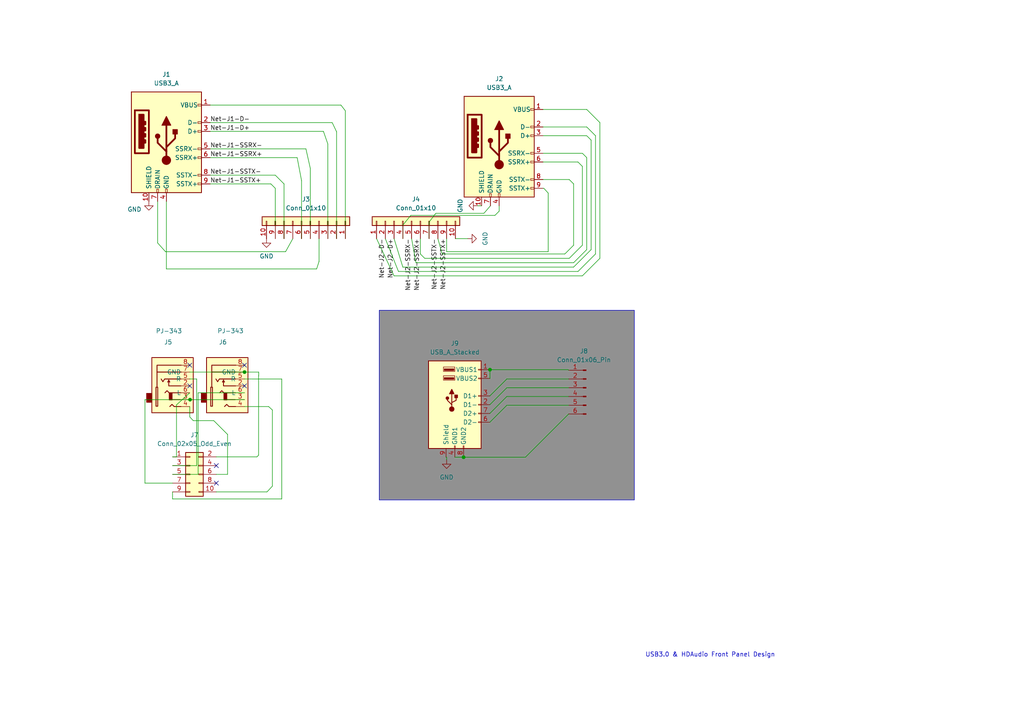
<source format=kicad_sch>
(kicad_sch (version 20231120) (generator "eeschema") (generator_version "7.99")
  (paper "A4")
  (lib_symbols
    (symbol "Connector:Conn_01x06_Pin" (pin_names (offset 1.016) hide)
      (property "Reference" "J" (at 0 7.62 0))
      (property "Value" "Conn_01x06_Pin" (at 0 -10.16 0))
      (symbol "Conn_01x06_Pin_1_1"
        (polyline (pts (xy 1.27 -7.62) (xy 0.8636 -7.62)) (stroke (width 0.1524)))
        (polyline (pts (xy 1.27 -5.08) (xy 0.8636 -5.08)) (stroke (width 0.1524)))
        (polyline (pts (xy 1.27 -2.54) (xy 0.8636 -2.54)) (stroke (width 0.1524)))
        (polyline (pts (xy 1.27 0) (xy 0.8636 0)) (stroke (width 0.1524)))
        (polyline (pts (xy 1.27 2.54) (xy 0.8636 2.54)) (stroke (width 0.1524)))
        (polyline (pts (xy 1.27 5.08) (xy 0.8636 5.08)) (stroke (width 0.1524)))
        (rectangle (start 0.8636 -7.493) (end 0 -7.747) (stroke (width 0.1524)) (fill (type outline)))
        (rectangle (start 0.8636 -4.953) (end 0 -5.207) (stroke (width 0.1524)) (fill (type outline)))
        (rectangle (start 0.8636 -2.413) (end 0 -2.667) (stroke (width 0.1524)) (fill (type outline)))
        (rectangle (start 0.8636 0.127) (end 0 -0.127) (stroke (width 0.1524)) (fill (type outline)))
        (rectangle (start 0.8636 2.667) (end 0 2.413) (stroke (width 0.1524)) (fill (type outline)))
        (rectangle (start 0.8636 5.207) (end 0 4.953) (stroke (width 0.1524)) (fill (type outline)))
        (pin passive line (at 5.08 5.08 180) (length 3.81) (name "Pin_1") (number "1"))
        (pin passive line (at 5.08 2.54 180) (length 3.81) (name "Pin_2") (number "2"))
        (pin passive line (at 5.08 0 180) (length 3.81) (name "Pin_3") (number "3"))
        (pin passive line (at 5.08 -2.54 180) (length 3.81) (name "Pin_4") (number "4"))
        (pin passive line (at 5.08 -5.08 180) (length 3.81) (name "Pin_5") (number "5"))
        (pin passive line (at 5.08 -7.62 180) (length 3.81) (name "Pin_6") (number "6"))
      )
    )
    (symbol "Connector:USB3_A" (pin_names (offset 1.016))
      (property "Reference" "J" (at -10.16 15.24 0))
      (property "Value" "USB3_A" (at 10.16 15.24 0))
      (symbol "USB3_A_0_0"
        (rectangle (start -9.144 8.636) (end -5.08 -3.81) (stroke (width 0.508)))
        (rectangle (start -7.874 7.366) (end -6.604 -2.286) (stroke (width 0.508)) (fill (type outline)))
        (rectangle (start -6.35 0) (end -6.096 -0.762) (stroke (width 0.508)))
        (rectangle (start -6.35 1.778) (end -6.096 1.016) (stroke (width 0.508)))
        (rectangle (start -6.35 3.556) (end -6.096 2.794) (stroke (width 0.508)))
        (rectangle (start -6.35 5.334) (end -6.096 4.572) (stroke (width 0.508)))
        (rectangle (start -2.794 -15.24) (end -2.286 -14.224))
        (rectangle (start -0.254 -15.24) (end 0.254 -14.224))
        (rectangle (start 10.16 -12.446) (end 9.144 -12.954))
        (rectangle (start 10.16 -9.906) (end 9.144 -10.414))
        (rectangle (start 10.16 -4.826) (end 9.144 -5.334))
        (rectangle (start 10.16 -2.286) (end 9.144 -2.794))
        (rectangle (start 10.16 2.794) (end 9.144 2.286))
        (rectangle (start 10.16 5.334) (end 9.144 4.826))
        (rectangle (start 10.16 10.414) (end 9.144 9.906))
      )
      (symbol "USB3_A_0_1"
        (rectangle (start -10.16 13.97) (end 10.16 -15.24) (stroke (width 0.254)) (fill (type background)))
      )
      (symbol "USB3_A_1_1"
        (circle (center -2.54 1.143) (radius 0.635) (stroke (width 0.254)) (fill (type outline)))
        (circle (center 0 -5.842) (radius 1.27) (fill (type outline)))
        (polyline (pts (xy 0 -5.842) (xy 0 4.318)) (stroke (width 0.508)))
        (polyline (pts (xy 0 -3.302) (xy -2.54 -0.762) (xy -2.54 0.508)) (stroke (width 0.508)))
        (polyline (pts (xy 0 -2.032) (xy 2.54 0.508) (xy 2.54 1.778)) (stroke (width 0.508)))
        (polyline (pts (xy -1.27 4.318) (xy 0 6.858) (xy 1.27 4.318) (xy -1.27 4.318)) (stroke (width 0.254)) (fill (type outline)))
        (rectangle (start 1.905 1.778) (end 3.175 3.048) (stroke (width 0.254)) (fill (type outline)))
        (pin power_in line (at 12.7 10.16 180) (length 2.54) (name "VBUS") (number "1"))
        (pin passive line (at -5.08 -17.78 90) (length 2.54) (name "SHIELD") (number "10"))
        (pin bidirectional line (at 12.7 5.08 180) (length 2.54) (name "D-") (number "2"))
        (pin bidirectional line (at 12.7 2.54 180) (length 2.54) (name "D+") (number "3"))
        (pin power_in line (at 0 -17.78 90) (length 2.54) (name "GND") (number "4"))
        (pin output line (at 12.7 -2.54 180) (length 2.54) (name "SSRX-") (number "5"))
        (pin output line (at 12.7 -5.08 180) (length 2.54) (name "SSRX+") (number "6"))
        (pin passive line (at -2.54 -17.78 90) (length 2.54) (name "DRAIN") (number "7"))
        (pin input line (at 12.7 -10.16 180) (length 2.54) (name "SSTX-") (number "8"))
        (pin input line (at 12.7 -12.7 180) (length 2.54) (name "SSTX+") (number "9"))
      )
    )
    (symbol "Connector:USB_A_Stacked" (pin_names (offset 1.016))
      (property "Reference" "J" (at 0 15.875 0))
      (property "Value" "USB_A_Stacked" (at 0 13.97 0))
      (symbol "USB_A_Stacked_0_1"
        (rectangle (start -7.62 12.7) (end 7.62 -12.7) (stroke (width 0.254)) (fill (type background)))
        (circle (center -2.159 1.905) (radius 0.381) (stroke (width 0.254)) (fill (type outline)))
        (circle (center -0.889 -1.27) (radius 0.635) (stroke (width 0.254)) (fill (type outline)))
        (rectangle (start -0.254 7.366) (end -3.048 7.874) (fill (type outline)))
        (rectangle (start -0.254 9.906) (end -3.048 10.414) (fill (type outline)))
        (rectangle (start -0.127 -12.7) (end 0.127 -11.938))
        (polyline (pts (xy -1.524 3.175) (xy -0.254 3.175) (xy -0.889 4.445) (xy -1.524 3.175)) (stroke (width 0.254)) (fill (type outline)))
        (polyline (pts (xy -0.889 -0.635) (xy -0.889 0) (xy -2.159 1.27) (xy -2.159 1.905)) (stroke (width 0.254)))
        (polyline (pts (xy -0.889 0) (xy -0.889 0.635) (xy 0.381 1.27) (xy 0.381 2.54)) (stroke (width 0.254)))
        (rectangle (start 0 2.794) (end 0.762 2.032) (stroke (width 0.254)) (fill (type outline)))
        (rectangle (start 0 7.112) (end -3.302 8.382))
        (rectangle (start 0 9.652) (end -3.302 10.922))
        (rectangle (start 2.413 -12.7) (end 2.667 -11.938))
        (rectangle (start 7.62 -5.207) (end 6.858 -4.953))
        (rectangle (start 7.62 -2.667) (end 6.858 -2.413))
        (rectangle (start 7.62 -0.127) (end 6.858 0.127))
        (rectangle (start 7.62 2.413) (end 6.858 2.667))
        (rectangle (start 7.62 7.493) (end 6.858 7.747))
        (rectangle (start 7.62 10.033) (end 6.858 10.287))
      )
      (symbol "USB_A_Stacked_1_1"
        (polyline (pts (xy -0.889 0.635) (xy -0.889 3.175)) (stroke (width 0.254)))
        (pin power_in line (at 10.16 10.16 180) (length 2.54) (name "VBUS1") (number "1"))
        (pin bidirectional line (at 10.16 0 180) (length 2.54) (name "D1-") (number "2"))
        (pin bidirectional line (at 10.16 2.54 180) (length 2.54) (name "D1+") (number "3"))
        (pin power_in line (at 0 -15.24 90) (length 2.54) (name "GND1") (number "4"))
        (pin power_in line (at 10.16 7.62 180) (length 2.54) (name "VBUS2") (number "5"))
        (pin bidirectional line (at 10.16 -5.08 180) (length 2.54) (name "D2-") (number "6"))
        (pin bidirectional line (at 10.16 -2.54 180) (length 2.54) (name "D2+") (number "7"))
        (pin power_in line (at 2.54 -15.24 90) (length 2.54) (name "GND2") (number "8"))
        (pin passive line (at -2.54 -15.24 90) (length 2.54) (name "Shield") (number "9"))
      )
    )
    (symbol "Connector_Audio_HDA:AudioJack3_PJ_343" (pin_names (offset 0.002))
      (property "Reference" "J" (at -1.27 11.684 0))
      (property "Value" "PJ-343" (at 0 13.716 0))
      (symbol "AudioJack3_PJ_343_0_1"
        (rectangle (start -7.5 -3.2) (end -6.23 -5.74) (stroke (width 0.254)) (fill (type outline)))
        (rectangle (start -6 7.2) (end 6 -8.8) (stroke (width 0.254)) (fill (type background)))
        (rectangle (start -4.8 -1.4) (end -4.3 -6.9) (stroke (width 0.254)))
        (rectangle (start -1 -3) (end -0.1 -5.1) (fill (type outline)))
        (polyline (pts (xy -0.8 -5) (xy 2.3 -5)) (stroke (width 0.254)))
        (polyline (pts (xy 2.5 3) (xy -4.5 3) (xy -4.5 -1.3)) (stroke (width 0.254)))
        (polyline (pts (xy 2.5 5) (xy -4.5 5) (xy -4.5 3)) (stroke (width 0.254)))
        (polyline (pts (xy -2.2 -3) (xy -1.6 -2.4) (xy -1 -3) (xy 2.4 -3)) (stroke (width 0.254)))
        (polyline (pts (xy -0.8 -7) (xy -0.165 -6.365) (xy 0.47 -7) (xy 2.4 -7)) (stroke (width 0.254)))
        (polyline (pts (xy 2.4 1) (xy -2.3 1) (xy -2.8 0.2) (xy -3.3 1)) (stroke (width 0.254)))
        (polyline (pts (xy 2.4 -1) (xy -1.1 -1) (xy -1.1 0.7) (xy -0.8 0.1) (xy -1.1 0.7) (xy -1.4 0.1)) (stroke (width 0.254)))
      )
      (symbol "AudioJack3_PJ_343_1_1"
        (pin passive line (at 5 -1 180) (length 2.54) (name "") (number "2"))
        (pin passive line (at 5 -5 180) (length 2.54) (name "") (number "3"))
        (pin passive line (at 5 -7 180) (length 2.54) (name "") (number "4"))
        (pin passive line (at 5 1 180) (length 2.54) (name "R") (number "5"))
        (pin passive line (at 5 -3 180) (length 2.54) (name "L") (number "6"))
        (pin passive line (at 5 3 180) (length 2.54) (name "GND") (number "7"))
        (pin passive line (at 5 5 180) (length 2.54) (name "") (number "8"))
      )
    )
    (symbol "Connector_Generic:Conn_01x10" (pin_names (offset 1.016) hide)
      (property "Reference" "J" (at 0 12.7 0))
      (property "Value" "Conn_01x10" (at 0 -15.24 0))
      (symbol "Conn_01x10_1_1"
        (rectangle (start -1.27 -12.573) (end 0 -12.827) (stroke (width 0.1524)))
        (rectangle (start -1.27 -10.033) (end 0 -10.287) (stroke (width 0.1524)))
        (rectangle (start -1.27 -7.493) (end 0 -7.747) (stroke (width 0.1524)))
        (rectangle (start -1.27 -4.953) (end 0 -5.207) (stroke (width 0.1524)))
        (rectangle (start -1.27 -2.413) (end 0 -2.667) (stroke (width 0.1524)))
        (rectangle (start -1.27 0.127) (end 0 -0.127) (stroke (width 0.1524)))
        (rectangle (start -1.27 2.667) (end 0 2.413) (stroke (width 0.1524)))
        (rectangle (start -1.27 5.207) (end 0 4.953) (stroke (width 0.1524)))
        (rectangle (start -1.27 7.747) (end 0 7.493) (stroke (width 0.1524)))
        (rectangle (start -1.27 10.287) (end 0 10.033) (stroke (width 0.1524)))
        (rectangle (start -1.27 11.43) (end 1.27 -13.97) (stroke (width 0.254)) (fill (type background)))
        (pin passive line (at -5.08 10.16 0) (length 3.81) (name "Pin_1") (number "1"))
        (pin passive line (at -5.08 -12.7 0) (length 3.81) (name "Pin_10") (number "10"))
        (pin passive line (at -5.08 7.62 0) (length 3.81) (name "Pin_2") (number "2"))
        (pin passive line (at -5.08 5.08 0) (length 3.81) (name "Pin_3") (number "3"))
        (pin passive line (at -5.08 2.54 0) (length 3.81) (name "Pin_4") (number "4"))
        (pin passive line (at -5.08 0 0) (length 3.81) (name "Pin_5") (number "5"))
        (pin passive line (at -5.08 -2.54 0) (length 3.81) (name "Pin_6") (number "6"))
        (pin passive line (at -5.08 -5.08 0) (length 3.81) (name "Pin_7") (number "7"))
        (pin passive line (at -5.08 -7.62 0) (length 3.81) (name "Pin_8") (number "8"))
        (pin passive line (at -5.08 -10.16 0) (length 3.81) (name "Pin_9") (number "9"))
      )
    )
    (symbol "Connector_Generic:Conn_02x05_Odd_Even" (pin_names (offset 1.016) hide)
      (property "Reference" "J" (at 1.27 7.62 0))
      (property "Value" "Conn_02x05_Odd_Even" (at 1.27 -7.62 0))
      (symbol "Conn_02x05_Odd_Even_1_1"
        (rectangle (start -1.27 -4.953) (end 0 -5.207) (stroke (width 0.1524)))
        (rectangle (start -1.27 -2.413) (end 0 -2.667) (stroke (width 0.1524)))
        (rectangle (start -1.27 0.127) (end 0 -0.127) (stroke (width 0.1524)))
        (rectangle (start -1.27 2.667) (end 0 2.413) (stroke (width 0.1524)))
        (rectangle (start -1.27 5.207) (end 0 4.953) (stroke (width 0.1524)))
        (rectangle (start -1.27 6.35) (end 3.81 -6.35) (stroke (width 0.254)) (fill (type background)))
        (rectangle (start 3.81 -4.953) (end 2.54 -5.207) (stroke (width 0.1524)))
        (rectangle (start 3.81 -2.413) (end 2.54 -2.667) (stroke (width 0.1524)))
        (rectangle (start 3.81 0.127) (end 2.54 -0.127) (stroke (width 0.1524)))
        (rectangle (start 3.81 2.667) (end 2.54 2.413) (stroke (width 0.1524)))
        (rectangle (start 3.81 5.207) (end 2.54 4.953) (stroke (width 0.1524)))
        (pin passive line (at -5.08 5.08 0) (length 3.81) (name "Pin_1") (number "1"))
        (pin passive line (at 7.62 -5.08 180) (length 3.81) (name "Pin_10") (number "10"))
        (pin passive line (at 7.62 5.08 180) (length 3.81) (name "Pin_2") (number "2"))
        (pin passive line (at -5.08 2.54 0) (length 3.81) (name "Pin_3") (number "3"))
        (pin passive line (at 7.62 2.54 180) (length 3.81) (name "Pin_4") (number "4"))
        (pin passive line (at -5.08 0 0) (length 3.81) (name "Pin_5") (number "5"))
        (pin passive line (at 7.62 0 180) (length 3.81) (name "Pin_6") (number "6"))
        (pin passive line (at -5.08 -2.54 0) (length 3.81) (name "Pin_7") (number "7"))
        (pin passive line (at 7.62 -2.54 180) (length 3.81) (name "Pin_8") (number "8"))
        (pin passive line (at -5.08 -5.08 0) (length 3.81) (name "Pin_9") (number "9"))
      )
    )
    (symbol "power:GND" (power) (pin_names (offset 0))
      (property "Value" "GND" (at 0 -3.81 0))
      (symbol "GND_0_1"
        (polyline (pts (xy 0 0) (xy 0 -1.27) (xy 1.27 -1.27) (xy 0 -2.54) (xy -1.27 -1.27) (xy 0 -1.27)))
      )
      (symbol "GND_1_1"
        (pin power_in line (at 0 0 270) (length 0) hide (name "GND") (number "1"))
      )
    )
  )
  (junction (at 134.46 132.62))
  (junction (at 70.92 107.92))
  (junction (at 142.1106 107.22))
  (junction (at 55.125 115.92))
  (no_connect (at 62.745 135.05))
  (no_connect (at 55.045 105.92))
  (no_connect (at 55.045 111.92))
  (no_connect (at 62.745 140.13))
  (no_connect (at 70.92 105.92))
  (no_connect (at 70.92 111.92))
  (wire (pts (xy 75.045 107.92) (xy 75.045 109)))
  (wire (pts (xy 166.37 53.34) (xy 166.37 71.12)))
  (wire (pts (xy 119.1366 62.4734) (xy 143.5506 62.4734)))
  (wire (pts (xy 166.37 76.2) (xy 170.18 72.39)))
  (wire (pts (xy 57.045 109.92) (xy 57.045 135.05)))
  (wire (pts (xy 97.62 38.21) (xy 96.35 35.56)))
  (wire (pts (xy 60.96 43.18) (xy 88.73 43.18)))
  (wire (pts (xy 95.08 41.75) (xy 93.81 38.1)))
  (wire (pts (xy 116.84 77.47) (xy 166.37 77.47)))
  (wire (pts (xy 60.96 35.56) (xy 96.35 35.56)))
  (wire (pts (xy 57.465 113.92) (xy 70.92 113.92)))
  (wire (pts (xy 152.38 132.62) (xy 134.46 132.62)))
  (wire (pts (xy 164.92 107.38) (xy 164.76 107.22)))
  (wire (pts (xy 81.7232 109.9286) (xy 70.92 109.92)))
  (wire (pts (xy 55.045 117.92) (xy 55.045 120.92)))
  (wire (pts (xy 168.91 80.01) (xy 173.99 74.93)))
  (wire (pts (xy 126.39 61.87) (xy 140.36 61.87)))
  (wire (pts (xy 82.38 69.23) (xy 82.38 53.34)))
  (wire (pts (xy 164.76 107.22) (xy 142.1106 107.22)))
  (wire (pts (xy 166.37 53.34) (xy 165.1 52.07)))
  (wire (pts (xy 55.045 109.92) (xy 57.045 109.92)))
  (wire (pts (xy 50.045 144.71) (xy 81.7232 144.71)))
  (wire (pts (xy 147 109.92) (xy 164.92 109.92)))
  (wire (pts (xy 124.46 64.41) (xy 126.39 61.87)))
  (wire (pts (xy 142.08 109.76) (xy 142.1106 109.7294)))
  (wire (pts (xy 119.38 69.215) (xy 120.65 76.2)))
  (wire (pts (xy 87.46 69.23) (xy 87.46 52.37)))
  (wire (pts (xy 109.22 69.215) (xy 114.3 80.01)))
  (wire (pts (xy 157.48 36.83) (xy 170.18 36.83)))
  (wire (pts (xy 142.1106 109.7294) (xy 142.1106 107.22)))
  (wire (pts (xy 55.125 115.92) (xy 70.92 115.92)))
  (wire (pts (xy 75.045 109) (xy 75 109)))
  (wire (pts (xy 159 56) (xy 159 73)))
  (wire (pts (xy 66 126) (xy 62 122)))
  (wire (pts (xy 60.96 50.8) (xy 79.84 50.8)))
  (wire (pts (xy 60.96 45.72) (xy 86.19 45.72)))
  (wire (pts (xy 66 137.59) (xy 62.745 137.59)))
  (wire (pts (xy 166.37 77.47) (xy 171.45 72.39)))
  (wire (pts (xy 84.92 69.23) (xy 82.83 73)))
  (wire (pts (xy 165.1 74.93) (xy 168.91 71.12)))
  (wire (pts (xy 100.16 32.13) (xy 98.89 30.48)))
  (wire (pts (xy 90 69.23) (xy 90 48.83)))
  (wire (pts (xy 60.96 53.34) (xy 78.57 53.34)))
  (wire (pts (xy 129.54 132.62) (xy 129.38 132.62)))
  (wire (pts (xy 42.045 115.92) (xy 42.045 140.13)))
  (wire (pts (xy 142.08 114.84) (xy 147 109.92)))
  (wire (pts (xy 132.08 69.215) (xy 135.6461 69.215)))
  (wire (pts (xy 45.72 70.46) (xy 45.72 58.42)))
  (wire (pts (xy 114.3 80.01) (xy 168.91 80.01)))
  (wire (pts (xy 87.46 52.37) (xy 86.19 45.72)))
  (wire (pts (xy 124.46 69.215) (xy 124.46 64.41)))
  (wire (pts (xy 48 73) (xy 45.72 70.46)))
  (wire (pts (xy 170.18 45.72) (xy 168.91 44.45)))
  (wire (pts (xy 159 56) (xy 157.73 54.61)))
  (wire (pts (xy 66 137.59) (xy 66 126)))
  (wire (pts (xy 57.465 113.92) (xy 57.465 137.59)))
  (wire (pts (xy 79 141) (xy 77.445 142.67)))
  (wire (pts (xy 42.045 115.92) (xy 55.125 115.92)))
  (wire (pts (xy 142.08 117.38) (xy 147 112.46)))
  (wire (pts (xy 92.54 75.8159) (xy 92.54 69.23)))
  (wire (pts (xy 157.48 52.07) (xy 165.1 52.07)))
  (wire (pts (xy 123.19 74.93) (xy 165.1 74.93)))
  (wire (pts (xy 171.45 40.64) (xy 170.18 39.37)))
  (wire (pts (xy 56.045 122) (xy 55.045 120.92)))
  (wire (pts (xy 157.48 31.75) (xy 170.18 31.75)))
  (wire (pts (xy 90 48.83) (xy 88.73 43.18)))
  (wire (pts (xy 127 69.215) (xy 128.27 73.66)))
  (wire (pts (xy 142.1106 107.22) (xy 142.08 107.22)))
  (wire (pts (xy 111.76 69.215) (xy 115.57 78.74)))
  (wire (pts (xy 60.96 30.48) (xy 98.89 30.48)))
  (wire (pts (xy 157.48 46.99) (xy 167.64 46.99)))
  (wire (pts (xy 121.92 73.66) (xy 123.19 74.93)))
  (wire (pts (xy 51.1932 132.51) (xy 50.045 132.51)))
  (wire (pts (xy 51.1932 117.42) (xy 51.1932 132.51)))
  (wire (pts (xy 129.54 69.215) (xy 129.54 73)))
  (wire (pts (xy 116.84 65.305) (xy 119.1366 62.4734)))
  (wire (pts (xy 51.1932 117.42) (xy 55.045 113.92)))
  (wire (pts (xy 138.56 59.67) (xy 138.56 59.69)))
  (wire (pts (xy 48 73) (xy 82.83 73)))
  (wire (pts (xy 70.92 107.92) (xy 75.045 107.92)))
  (wire (pts (xy 55.045 107.92) (xy 70.92 107.92)))
  (wire (pts (xy 172.72 73.66) (xy 172.72 39.37)))
  (wire (pts (xy 55.045 115.84) (xy 55.045 115.92)))
  (wire (pts (xy 79 118.92) (xy 79 141)))
  (wire (pts (xy 60.96 38.1) (xy 93.81 38.1)))
  (wire (pts (xy 168.91 48.26) (xy 167.64 46.99)))
  (wire (pts (xy 144.78 61.244) (xy 144.78 59.69)))
  (wire (pts (xy 147 115) (xy 164.92 115)))
  (wire (pts (xy 75 109) (xy 75 132)))
  (wire (pts (xy 147 112.46) (xy 164.92 112.46)))
  (wire (pts (xy 91.8337 78) (xy 92.54 75.8159)))
  (wire (pts (xy 157.48 39.37) (xy 170.18 39.37)))
  (wire (pts (xy 57.045 135.05) (xy 50.045 135.05)))
  (wire (pts (xy 79.84 69.23) (xy 79.84 54.61)))
  (wire (pts (xy 157.48 54.61) (xy 157.73 54.61)))
  (wire (pts (xy 55.045 115.84) (xy 55.125 115.84)))
  (wire (pts (xy 138.56 59.69) (xy 139.7 59.69)))
  (wire (pts (xy 157.48 44.45) (xy 168.91 44.45)))
  (wire (pts (xy 97.62 69.23) (xy 97.62 38.21)))
  (wire (pts (xy 74.54 132.51) (xy 62.745 132.51)))
  (wire (pts (xy 142.08 119.92) (xy 147 115)))
  (wire (pts (xy 134.46 132.62) (xy 131.92 132.62)))
  (wire (pts (xy 91.8337 78) (xy 48.26 78)))
  (wire (pts (xy 173.99 35.56) (xy 173.99 74.93)))
  (wire (pts (xy 140.36 61.87) (xy 142.24 59.69)))
  (wire (pts (xy 79 118.92) (xy 77.92 117.92)))
  (wire (pts (xy 42.045 140.13) (xy 50.045 140.13)))
  (wire (pts (xy 81.7232 109.9286) (xy 81.7232 144.71)))
  (wire (pts (xy 75 132) (xy 74.54 132.51)))
  (wire (pts (xy 62 122) (xy 56.045 122)))
  (wire (pts (xy 129.54 73) (xy 159 73)))
  (wire (pts (xy 143.5506 62.4734) (xy 144.78 61.244)))
  (wire (pts (xy 120.65 76.2) (xy 166.37 76.2)))
  (wire (pts (xy 129.54 133.35) (xy 129.54 132.62)))
  (wire (pts (xy 163.83 73.66) (xy 166.37 71.12)))
  (wire (pts (xy 79.84 54.61) (xy 78.57 53.34)))
  (wire (pts (xy 114.3 69.215) (xy 116.84 77.47)))
  (wire (pts (xy 168.91 48.26) (xy 168.91 71.12)))
  (wire (pts (xy 164.92 120.08) (xy 152.38 132.62)))
  (wire (pts (xy 82.38 53.34) (xy 79.84 50.8)))
  (wire (pts (xy 70.92 117.92) (xy 77.92 117.92)))
  (wire (pts (xy 48.26 78) (xy 48.26 58.42)))
  (wire (pts (xy 167.64 78.74) (xy 172.72 73.66)))
  (wire (pts (xy 173.99 35.56) (xy 170.18 31.75)))
  (wire (pts (xy 95.08 69.23) (xy 95.08 41.75)))
  (wire (pts (xy 147 117.54) (xy 164.92 117.54)))
  (wire (pts (xy 115.57 78.74) (xy 167.64 78.74)))
  (wire (pts (xy 171.45 72.39) (xy 171.45 40.64)))
  (wire (pts (xy 172.72 39.37) (xy 170.18 36.83)))
  (wire (pts (xy 170.18 72.39) (xy 170.18 45.72)))
  (wire (pts (xy 100.16 69.23) (xy 100.16 32.13)))
  (wire (pts (xy 57.465 137.59) (xy 50.045 137.59)))
  (wire (pts (xy 121.92 69.215) (xy 121.92 73.66)))
  (wire (pts (xy 128.27 73.66) (xy 163.83 73.66)))
  (wire (pts (xy 62.745 142.67) (xy 77.445 142.67)))
  (wire (pts (xy 55.125 115.92) (xy 55.125 115.84)))
  (wire (pts (xy 116.84 69.215) (xy 116.84 65.305)))
  (wire (pts (xy 50.045 142.67) (xy 50.045 144.71)))
  (wire (pts (xy 142.08 122.46) (xy 147 117.54)))
  (rectangle (start 110 90) (end 184 145) (fill (type color) (color 0 0 0 0.43)))
  (text "USB3.0 & HDAudio Front Panel Design" (exclude_from_sim yes) (at 206 190 0) (effects (font (size 1.27 1.27))))
  (label "Net-J1-SSRX+" (at 60.96 45.72 0))
  (label "Net-J2-D-" (at 111.76 69.215 270))
  (label "Net-J2-SSTX-" (at 127 69.215 270))
  (label "Net-J1-SSRX-" (at 60.96 43.18 0))
  (label "Net-J2-SSRX-" (at 119.38 69.215 270))
  (label "Net-J2-SSTX+" (at 129.54 69.215 270))
  (label "Net-J1-D+" (at 60.96 38.1 0))
  (label "Net-J2-D+" (at 114.3 69.215 270))
  (label "Net-J1-SSTX-" (at 60.96 50.8 0))
  (label "Net-J1-SSTX+" (at 60.96 53.34 0))
  (label "Net-J2-SSRX+" (at 121.92 69.215 270))
  (label "Net-J1-D-" (at 60.96 35.56 0))
  (symbol (lib_id "Connector_Generic:Conn_01x10") (at 90 64.15 270) (mirror x) (unit 1)
    (property "Reference" "J3" (at 88.73 57.8 90))
    (property "Value" "Conn_01x10" (at 88.73 60.34 90))
    (property "Footprint" "Connector_PinHeader_1.00mm:PinHeader_1x10_P1.00mm_Vertical" (effects (hide yes)))
  )
  (symbol (lib_id "power:GND") (at 135.6461 69.215 90) (unit 1)
    (property "Reference" "#PWR08" (effects (hide yes)))
    (property "Value" "GND" (at 140.7261 69.215 0))
  )
  (symbol (lib_id "power:GND") (at 129.54 133.35 0) (unit 1) (on_board no)
    (property "Reference" "#PWR09" (effects (hide yes)))
    (property "Value" "GND" (at 129.54 138.43 0))
  )
  (symbol (lib_id "Connector_Audio_HDA:AudioJack3_PJ_343") (at 65.92 110.92 0) (unit 1)
    (property "Reference" "J6" (at 64.65 99.236 0))
    (property "Value" "PJ-343" (at 66.86 95.98 0))
    (property "Footprint" "Connector_Audio_HDA:AudioJack_3.5mm_PJ-343" (effects (hide yes)))
    (property "Datasheet" "https://atta.szlcsc.com/upload/public/pdf/source/20220617/2E77C97A2855809E188D99AE272FBBDB.pdf" (effects (hide yes)))
    (property "Description" "Audio Jack, 3 Poles (Stereo / TRS), Switched Poles" (effects (hide yes)))
  )
  (symbol (lib_id "power:GND") (at 138.56 59.67 270) (unit 1)
    (property "Reference" "#PWR05" (effects (hide yes)))
    (property "Value" "GND" (at 133.48 59.67 0))
  )
  (symbol (lib_id "power:GND") (at 77.3 69.23 0) (unit 1)
    (property "Reference" "#PWR04" (effects (hide yes)))
    (property "Value" "GND" (at 77.3 74.31 0))
  )
  (symbol (lib_id "power:GND") (at 43.18 58.42 0) (unit 1)
    (property "Reference" "#PWR01" (effects (hide yes)))
    (property "Value" "GND" (at 39 60.73 0))
  )
  (symbol (lib_id "Connector_Generic:Conn_02x05_Odd_Even") (at 55.125 137.59 0) (unit 1)
    (property "Reference" "J7" (at 56.395 126.16 0))
    (property "Value" "Conn_02x05_Odd_Even" (at 56.395 128.7 0))
    (property "Footprint" "Connector_PinSocket_1.27mm:PinSocket_2x05_P1.27mm_Vertical" (effects (hide yes)))
    (property "Description" "Generic connector, double row, 02x05, odd/even pin numbering scheme (row 1 odd numbers, row 2 even numbers), script generated (kicad-library-utils/schlib/autogen/connector/)" (effects (hide yes)))
  )
  (symbol (lib_id "Connector_Generic:Conn_01x10") (at 119.38 64.135 90) (unit 1)
    (property "Reference" "J4" (at 120.65 57.785 90))
    (property "Value" "Conn_01x10" (at 120.65 60.325 90))
    (property "Footprint" "Connector_PinHeader_1.00mm:PinHeader_1x10_P1.00mm_Vertical" (effects (hide yes)))
  )
  (symbol (lib_id "Connector:USB3_A") (at 144.78 41.91 0) (unit 1)
    (property "Reference" "J2" (at 144.78 22.86 0))
    (property "Value" "USB3_A" (at 144.78 25.4 0))
    (property "Footprint" "Connector_USB:USB3_A_Molex_48393-001" (effects (hide yes)))
  )
  (symbol (lib_id "Connector:Conn_01x06_Pin") (at 170 112.46 0) (mirror y) (unit 1) (on_board no)
    (property "Reference" "J8" (at 169.365 101.84 0))
    (property "Value" "Conn_01x06_Pin" (at 169.365 104.38 0))
    (property "Footprint" "Connector_PinHeader_1.00mm:PinHeader_1x06_P1.00mm_Vertical" (effects (hide yes)))
    (property "Description" "Generic connector, single row, 01x06, script generated" (effects (hide yes)))
  )
  (symbol (lib_id "Connector:USB_A_Stacked") (at 131.92 117.38 0) (unit 1) (on_board no)
    (property "Reference" "J9" (at 131.92 99.6 0))
    (property "Value" "USB_A_Stacked" (at 131.92 102.14 0))
    (property "Footprint" "Connector_USB:USB_A_Wuerth_61400826021_Horizontal_Stacked" (effects (hide yes)))
    (property "Datasheet" " ~" (effects (hide yes)))
    (property "Description" "USB Type A connector, stacked" (effects (hide yes)))
  )
  (symbol (lib_id "Connector:USB3_A") (at 48.26 40.64 0) (unit 1)
    (property "Reference" "J1" (at 48.26 21.59 0))
    (property "Value" "USB3_A" (at 48.26 24.13 0))
    (property "Footprint" "Connector_USB:USB3_A_Molex_48393-001" (effects (hide yes)))
  )
  (symbol (lib_id "Connector_Audio_HDA:AudioJack3_PJ_343") (at 50.045 110.92 0) (unit 1)
    (property "Reference" "J5" (at 48.775 99.236 0))
    (property "Value" "PJ-343" (at 49 96 0))
    (property "Footprint" "Connector_Audio_HDA:AudioJack_3.5mm_PJ-343" (effects (hide yes)))
    (property "Datasheet" "https://atta.szlcsc.com/upload/public/pdf/source/20220617/2E77C97A2855809E188D99AE272FBBDB.pdf" (effects (hide yes)))
    (property "Description" "Audio Jack, 3 Poles (Stereo / TRS), Switched Poles" (effects (hide yes)))
  )
)
</source>
